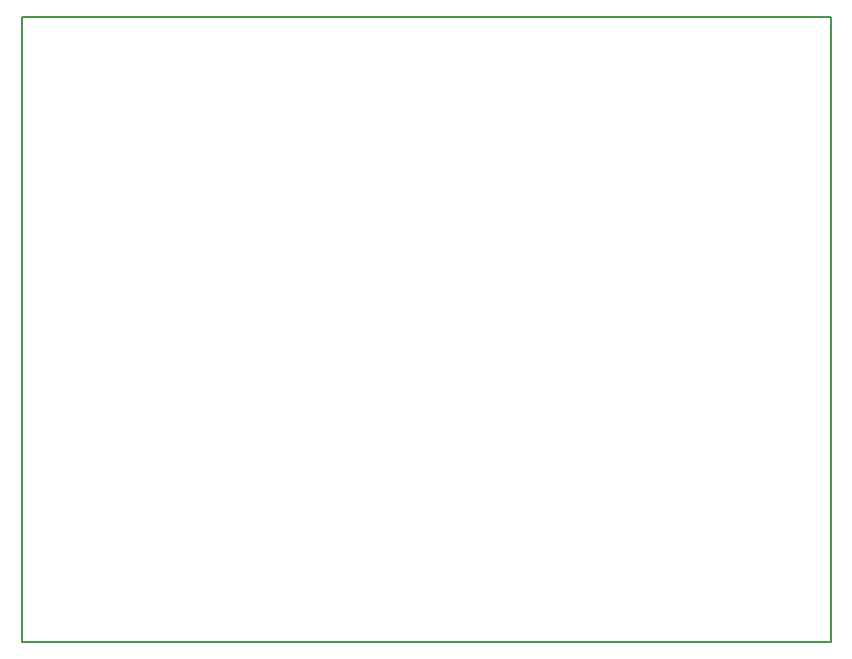
<source format=gbo>
G04 MADE WITH FRITZING*
G04 WWW.FRITZING.ORG*
G04 DOUBLE SIDED*
G04 HOLES PLATED*
G04 CONTOUR ON CENTER OF CONTOUR VECTOR*
%ASAXBY*%
%FSLAX23Y23*%
%MOIN*%
%OFA0B0*%
%SFA1.0B1.0*%
%ADD10R,2.706130X2.091670X2.690130X2.075670*%
%ADD11C,0.008000*%
%LNSILK0*%
G90*
G70*
G54D11*
X4Y2088D02*
X2702Y2088D01*
X2702Y4D01*
X4Y4D01*
X4Y2088D01*
D02*
G04 End of Silk0*
M02*
</source>
